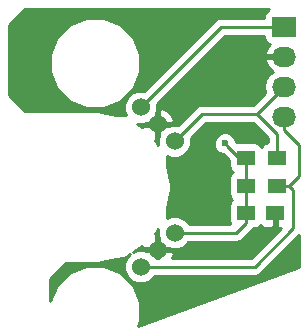
<source format=gtl>
G04 #@! TF.FileFunction,Copper,L1,Top,Signal*
%FSLAX46Y46*%
G04 Gerber Fmt 4.6, Leading zero omitted, Abs format (unit mm)*
G04 Created by KiCad (PCBNEW 4.0.4+dfsg1-stable) date Thu Jun  8 13:46:51 2017*
%MOMM*%
%LPD*%
G01*
G04 APERTURE LIST*
%ADD10C,0.100000*%
%ADD11R,2.032000X1.727200*%
%ADD12O,2.032000X1.727200*%
%ADD13R,1.500000X1.250000*%
%ADD14R,1.500000X1.300000*%
%ADD15C,1.524000*%
%ADD16C,0.600000*%
%ADD17C,0.250000*%
%ADD18C,0.254000*%
G04 APERTURE END LIST*
D10*
D11*
X133000000Y-62920000D03*
D12*
X133000000Y-65460000D03*
X133000000Y-68000000D03*
X133000000Y-70540000D03*
D13*
X129750000Y-78700000D03*
X132250000Y-78700000D03*
D14*
X129750000Y-76400000D03*
X132450000Y-76400000D03*
X129750000Y-74000000D03*
X132450000Y-74000000D03*
D15*
X122300000Y-71200000D03*
X123736841Y-72636841D03*
X120863159Y-69763159D03*
X122300000Y-81800000D03*
X120863159Y-83236841D03*
X123736841Y-80363159D03*
D16*
X128000000Y-72800000D03*
X127900000Y-77500006D03*
X123500000Y-85200000D03*
X124000000Y-63800000D03*
D17*
X133000000Y-62920000D02*
X127706318Y-62920000D01*
X127706318Y-62920000D02*
X120863159Y-69763159D01*
X123736841Y-80363159D02*
X128961841Y-80363159D01*
X128961841Y-80363159D02*
X129750000Y-79575000D01*
X129750000Y-79575000D02*
X129750000Y-78700000D01*
X128299999Y-73099999D02*
X128000000Y-72800000D01*
X129200000Y-74000000D02*
X128299999Y-73099999D01*
X130050000Y-74000000D02*
X129200000Y-74000000D01*
X129750000Y-78700000D02*
X129750000Y-76400000D01*
X129750000Y-74000000D02*
X129750000Y-76400000D01*
X130703949Y-70296051D02*
X126077631Y-70296051D01*
X126077631Y-70296051D02*
X123736841Y-72636841D01*
X130703949Y-70296051D02*
X132450000Y-72042102D01*
X132450000Y-72042102D02*
X132450000Y-74000000D01*
X130703949Y-70296051D02*
X133000000Y-68000000D01*
X132847600Y-68000000D02*
X133000000Y-68000000D01*
X133800000Y-80000000D02*
X130563159Y-83236841D01*
X130563159Y-83236841D02*
X120863159Y-83236841D01*
X132450000Y-76400000D02*
X133450000Y-76400000D01*
X133000000Y-71653600D02*
X133000000Y-70540000D01*
X133450000Y-76400000D02*
X134266000Y-75584000D01*
X134266000Y-75584000D02*
X134266000Y-72919600D01*
X134266000Y-72919600D02*
X133000000Y-71653600D01*
X133800000Y-76750000D02*
X133800000Y-80000000D01*
X133450000Y-76400000D02*
X133800000Y-76750000D01*
X131950000Y-76500000D02*
X131950000Y-76200000D01*
X132847600Y-70540000D02*
X133000000Y-70540000D01*
D18*
G36*
X134290000Y-83255302D02*
X120610024Y-88306370D01*
X120834333Y-87766175D01*
X120835664Y-86240518D01*
X120253050Y-84830485D01*
X119175189Y-83750741D01*
X117766175Y-83165667D01*
X116240518Y-83164336D01*
X114830485Y-83746950D01*
X113750741Y-84824811D01*
X113210000Y-86127059D01*
X113210000Y-84294092D01*
X114544092Y-82960000D01*
X117000000Y-82960000D01*
X117068584Y-82946358D01*
X117138514Y-82946358D01*
X118744034Y-82627000D01*
X119000000Y-82627000D01*
X119065341Y-82608902D01*
X119179565Y-82540367D01*
X119338944Y-82508665D01*
X119594885Y-82402650D01*
X119977578Y-82146943D01*
X119679530Y-82444471D01*
X119466402Y-82957741D01*
X119465917Y-83513502D01*
X119678149Y-84027144D01*
X120070789Y-84420470D01*
X120584059Y-84633598D01*
X121139820Y-84634083D01*
X121653462Y-84421851D01*
X122046788Y-84029211D01*
X122060229Y-83996841D01*
X130563159Y-83996841D01*
X130853998Y-83938989D01*
X131100560Y-83774242D01*
X134290000Y-80584802D01*
X134290000Y-83255302D01*
X134290000Y-83255302D01*
G37*
X134290000Y-83255302D02*
X120610024Y-88306370D01*
X120834333Y-87766175D01*
X120835664Y-86240518D01*
X120253050Y-84830485D01*
X119175189Y-83750741D01*
X117766175Y-83165667D01*
X116240518Y-83164336D01*
X114830485Y-83746950D01*
X113750741Y-84824811D01*
X113210000Y-86127059D01*
X113210000Y-84294092D01*
X114544092Y-82960000D01*
X117000000Y-82960000D01*
X117068584Y-82946358D01*
X117138514Y-82946358D01*
X118744034Y-82627000D01*
X119000000Y-82627000D01*
X119065341Y-82608902D01*
X119179565Y-82540367D01*
X119338944Y-82508665D01*
X119594885Y-82402650D01*
X119977578Y-82146943D01*
X119679530Y-82444471D01*
X119466402Y-82957741D01*
X119465917Y-83513502D01*
X119678149Y-84027144D01*
X120070789Y-84420470D01*
X120584059Y-84633598D01*
X121139820Y-84634083D01*
X121653462Y-84421851D01*
X122046788Y-84029211D01*
X122060229Y-83996841D01*
X130563159Y-83996841D01*
X130853998Y-83938989D01*
X131100560Y-83774242D01*
X134290000Y-80584802D01*
X134290000Y-83255302D01*
G36*
X132377000Y-78573000D02*
X132397000Y-78573000D01*
X132397000Y-78827000D01*
X132377000Y-78827000D01*
X132377000Y-79801250D01*
X132535750Y-79960000D01*
X132765198Y-79960000D01*
X130248357Y-82476841D01*
X123544890Y-82476841D01*
X123681362Y-82147369D01*
X123559231Y-81927000D01*
X122606608Y-81927000D01*
X122493749Y-81814141D01*
X122314141Y-81993749D01*
X122427000Y-82106608D01*
X122427000Y-82476841D01*
X122173000Y-82476841D01*
X122173000Y-82106608D01*
X122285859Y-81993749D01*
X122106251Y-81814141D01*
X121993392Y-81927000D01*
X121351576Y-81927000D01*
X121142259Y-81840084D01*
X120586498Y-81839599D01*
X120196193Y-82000870D01*
X120945136Y-81500442D01*
X121040769Y-81673000D01*
X121993392Y-81673000D01*
X122106251Y-81785859D01*
X122285859Y-81606251D01*
X122173000Y-81493392D01*
X122173000Y-80540769D01*
X122053037Y-80474284D01*
X122340077Y-80091563D01*
X122339599Y-80639820D01*
X122427000Y-80851347D01*
X122427000Y-81493392D01*
X122314141Y-81606251D01*
X122493749Y-81785859D01*
X122606608Y-81673000D01*
X123248424Y-81673000D01*
X123457741Y-81759916D01*
X124013502Y-81760401D01*
X124527144Y-81548169D01*
X124920470Y-81155529D01*
X124933911Y-81123159D01*
X128961841Y-81123159D01*
X129252680Y-81065307D01*
X129499242Y-80900560D01*
X130287401Y-80112401D01*
X130380920Y-79972440D01*
X130500000Y-79972440D01*
X130735317Y-79928162D01*
X130951441Y-79789090D01*
X130997969Y-79720994D01*
X131140302Y-79863327D01*
X131373691Y-79960000D01*
X131964250Y-79960000D01*
X132123000Y-79801250D01*
X132123000Y-78827000D01*
X132103000Y-78827000D01*
X132103000Y-78573000D01*
X132123000Y-78573000D01*
X132123000Y-78553000D01*
X132377000Y-78553000D01*
X132377000Y-78573000D01*
X132377000Y-78573000D01*
G37*
X132377000Y-78573000D02*
X132397000Y-78573000D01*
X132397000Y-78827000D01*
X132377000Y-78827000D01*
X132377000Y-79801250D01*
X132535750Y-79960000D01*
X132765198Y-79960000D01*
X130248357Y-82476841D01*
X123544890Y-82476841D01*
X123681362Y-82147369D01*
X123559231Y-81927000D01*
X122606608Y-81927000D01*
X122493749Y-81814141D01*
X122314141Y-81993749D01*
X122427000Y-82106608D01*
X122427000Y-82476841D01*
X122173000Y-82476841D01*
X122173000Y-82106608D01*
X122285859Y-81993749D01*
X122106251Y-81814141D01*
X121993392Y-81927000D01*
X121351576Y-81927000D01*
X121142259Y-81840084D01*
X120586498Y-81839599D01*
X120196193Y-82000870D01*
X120945136Y-81500442D01*
X121040769Y-81673000D01*
X121993392Y-81673000D01*
X122106251Y-81785859D01*
X122285859Y-81606251D01*
X122173000Y-81493392D01*
X122173000Y-80540769D01*
X122053037Y-80474284D01*
X122340077Y-80091563D01*
X122339599Y-80639820D01*
X122427000Y-80851347D01*
X122427000Y-81493392D01*
X122314141Y-81606251D01*
X122493749Y-81785859D01*
X122606608Y-81673000D01*
X123248424Y-81673000D01*
X123457741Y-81759916D01*
X124013502Y-81760401D01*
X124527144Y-81548169D01*
X124920470Y-81155529D01*
X124933911Y-81123159D01*
X128961841Y-81123159D01*
X129252680Y-81065307D01*
X129499242Y-80900560D01*
X130287401Y-80112401D01*
X130380920Y-79972440D01*
X130500000Y-79972440D01*
X130735317Y-79928162D01*
X130951441Y-79789090D01*
X130997969Y-79720994D01*
X131140302Y-79863327D01*
X131373691Y-79960000D01*
X131964250Y-79960000D01*
X132123000Y-79801250D01*
X132123000Y-78827000D01*
X132103000Y-78827000D01*
X132103000Y-78573000D01*
X132123000Y-78573000D01*
X132123000Y-78553000D01*
X132377000Y-78553000D01*
X132377000Y-78573000D01*
G36*
X131690000Y-72356904D02*
X131690000Y-72704442D01*
X131464683Y-72746838D01*
X131248559Y-72885910D01*
X131103569Y-73098110D01*
X131100919Y-73111197D01*
X130964090Y-72898559D01*
X130751890Y-72753569D01*
X130500000Y-72702560D01*
X129000000Y-72702560D01*
X128980947Y-72706145D01*
X128935122Y-72660320D01*
X128935162Y-72614833D01*
X128793117Y-72271057D01*
X128530327Y-72007808D01*
X128186799Y-71865162D01*
X127814833Y-71864838D01*
X127471057Y-72006883D01*
X127207808Y-72269673D01*
X127065162Y-72613201D01*
X127064838Y-72985167D01*
X127206883Y-73328943D01*
X127469673Y-73592192D01*
X127813201Y-73734838D01*
X127860077Y-73734879D01*
X128352560Y-74227362D01*
X128352560Y-74650000D01*
X128396838Y-74885317D01*
X128535910Y-75101441D01*
X128681083Y-75200633D01*
X128548559Y-75285910D01*
X128403569Y-75498110D01*
X128352560Y-75750000D01*
X128352560Y-77050000D01*
X128396838Y-77285317D01*
X128535910Y-77501441D01*
X128624554Y-77562009D01*
X128548559Y-77610910D01*
X128403569Y-77823110D01*
X128352560Y-78075000D01*
X128352560Y-79325000D01*
X128396838Y-79560317D01*
X128424406Y-79603159D01*
X124934372Y-79603159D01*
X124921851Y-79572856D01*
X124529211Y-79179530D01*
X124015941Y-78966402D01*
X123460180Y-78965917D01*
X123060434Y-79131088D01*
X123101600Y-79076200D01*
X123123241Y-79030668D01*
X123127000Y-79000000D01*
X123127000Y-78244034D01*
X123446358Y-76638514D01*
X123446358Y-76361486D01*
X123127000Y-74755966D01*
X123127000Y-74000000D01*
X123116994Y-73950590D01*
X123101600Y-73923800D01*
X123060118Y-73868491D01*
X123457741Y-74033598D01*
X124013502Y-74034083D01*
X124527144Y-73821851D01*
X124920470Y-73429211D01*
X125133598Y-72915941D01*
X125134083Y-72360180D01*
X125120698Y-72327786D01*
X126392433Y-71056051D01*
X130389147Y-71056051D01*
X131690000Y-72356904D01*
X131690000Y-72356904D01*
G37*
X131690000Y-72356904D02*
X131690000Y-72704442D01*
X131464683Y-72746838D01*
X131248559Y-72885910D01*
X131103569Y-73098110D01*
X131100919Y-73111197D01*
X130964090Y-72898559D01*
X130751890Y-72753569D01*
X130500000Y-72702560D01*
X129000000Y-72702560D01*
X128980947Y-72706145D01*
X128935122Y-72660320D01*
X128935162Y-72614833D01*
X128793117Y-72271057D01*
X128530327Y-72007808D01*
X128186799Y-71865162D01*
X127814833Y-71864838D01*
X127471057Y-72006883D01*
X127207808Y-72269673D01*
X127065162Y-72613201D01*
X127064838Y-72985167D01*
X127206883Y-73328943D01*
X127469673Y-73592192D01*
X127813201Y-73734838D01*
X127860077Y-73734879D01*
X128352560Y-74227362D01*
X128352560Y-74650000D01*
X128396838Y-74885317D01*
X128535910Y-75101441D01*
X128681083Y-75200633D01*
X128548559Y-75285910D01*
X128403569Y-75498110D01*
X128352560Y-75750000D01*
X128352560Y-77050000D01*
X128396838Y-77285317D01*
X128535910Y-77501441D01*
X128624554Y-77562009D01*
X128548559Y-77610910D01*
X128403569Y-77823110D01*
X128352560Y-78075000D01*
X128352560Y-79325000D01*
X128396838Y-79560317D01*
X128424406Y-79603159D01*
X124934372Y-79603159D01*
X124921851Y-79572856D01*
X124529211Y-79179530D01*
X124015941Y-78966402D01*
X123460180Y-78965917D01*
X123060434Y-79131088D01*
X123101600Y-79076200D01*
X123123241Y-79030668D01*
X123127000Y-79000000D01*
X123127000Y-78244034D01*
X123446358Y-76638514D01*
X123446358Y-76361486D01*
X123127000Y-74755966D01*
X123127000Y-74000000D01*
X123116994Y-73950590D01*
X123101600Y-73923800D01*
X123060118Y-73868491D01*
X123457741Y-74033598D01*
X124013502Y-74034083D01*
X124527144Y-73821851D01*
X124920470Y-73429211D01*
X125133598Y-72915941D01*
X125134083Y-72360180D01*
X125120698Y-72327786D01*
X126392433Y-71056051D01*
X130389147Y-71056051D01*
X131690000Y-72356904D01*
G36*
X131336560Y-63783600D02*
X131380838Y-64018917D01*
X131519910Y-64235041D01*
X131732110Y-64380031D01*
X131826927Y-64399232D01*
X131649268Y-64557964D01*
X131395291Y-65085209D01*
X131392642Y-65100974D01*
X131513783Y-65333000D01*
X132873000Y-65333000D01*
X132873000Y-65313000D01*
X133127000Y-65313000D01*
X133127000Y-65333000D01*
X133147000Y-65333000D01*
X133147000Y-65587000D01*
X133127000Y-65587000D01*
X133127000Y-65607000D01*
X132873000Y-65607000D01*
X132873000Y-65587000D01*
X131513783Y-65587000D01*
X131392642Y-65819026D01*
X131395291Y-65834791D01*
X131649268Y-66362036D01*
X132065069Y-66733539D01*
X131755585Y-66940330D01*
X131430729Y-67426511D01*
X131316655Y-68000000D01*
X131417619Y-68507579D01*
X130389147Y-69536051D01*
X126077631Y-69536051D01*
X125786792Y-69593903D01*
X125540230Y-69758650D01*
X124046222Y-71252658D01*
X124015941Y-71240084D01*
X123460180Y-71239599D01*
X123248653Y-71327000D01*
X122606608Y-71327000D01*
X122493749Y-71214141D01*
X122314141Y-71393749D01*
X122427000Y-71506608D01*
X122427000Y-72148424D01*
X122340084Y-72357741D01*
X122339604Y-72907805D01*
X122053037Y-72525716D01*
X122173000Y-72459231D01*
X122173000Y-71506608D01*
X122285859Y-71393749D01*
X122106251Y-71214141D01*
X121993392Y-71327000D01*
X121040769Y-71327000D01*
X120974284Y-71446963D01*
X120591563Y-71159923D01*
X121139820Y-71160401D01*
X121351347Y-71073000D01*
X121993392Y-71073000D01*
X122106251Y-71185859D01*
X122285859Y-71006251D01*
X122173000Y-70893392D01*
X122173000Y-70251576D01*
X122259916Y-70042259D01*
X122260004Y-69940769D01*
X122427000Y-69940769D01*
X122427000Y-71073000D01*
X123559231Y-71073000D01*
X123681362Y-70852631D01*
X123443280Y-70350449D01*
X123031144Y-69977603D01*
X122647369Y-69818638D01*
X122427000Y-69940769D01*
X122260004Y-69940769D01*
X122260401Y-69486498D01*
X122247016Y-69454104D01*
X128021120Y-63680000D01*
X131336560Y-63680000D01*
X131336560Y-63783600D01*
X131336560Y-63783600D01*
G37*
X131336560Y-63783600D02*
X131380838Y-64018917D01*
X131519910Y-64235041D01*
X131732110Y-64380031D01*
X131826927Y-64399232D01*
X131649268Y-64557964D01*
X131395291Y-65085209D01*
X131392642Y-65100974D01*
X131513783Y-65333000D01*
X132873000Y-65333000D01*
X132873000Y-65313000D01*
X133127000Y-65313000D01*
X133127000Y-65333000D01*
X133147000Y-65333000D01*
X133147000Y-65587000D01*
X133127000Y-65587000D01*
X133127000Y-65607000D01*
X132873000Y-65607000D01*
X132873000Y-65587000D01*
X131513783Y-65587000D01*
X131392642Y-65819026D01*
X131395291Y-65834791D01*
X131649268Y-66362036D01*
X132065069Y-66733539D01*
X131755585Y-66940330D01*
X131430729Y-67426511D01*
X131316655Y-68000000D01*
X131417619Y-68507579D01*
X130389147Y-69536051D01*
X126077631Y-69536051D01*
X125786792Y-69593903D01*
X125540230Y-69758650D01*
X124046222Y-71252658D01*
X124015941Y-71240084D01*
X123460180Y-71239599D01*
X123248653Y-71327000D01*
X122606608Y-71327000D01*
X122493749Y-71214141D01*
X122314141Y-71393749D01*
X122427000Y-71506608D01*
X122427000Y-72148424D01*
X122340084Y-72357741D01*
X122339604Y-72907805D01*
X122053037Y-72525716D01*
X122173000Y-72459231D01*
X122173000Y-71506608D01*
X122285859Y-71393749D01*
X122106251Y-71214141D01*
X121993392Y-71327000D01*
X121040769Y-71327000D01*
X120974284Y-71446963D01*
X120591563Y-71159923D01*
X121139820Y-71160401D01*
X121351347Y-71073000D01*
X121993392Y-71073000D01*
X122106251Y-71185859D01*
X122285859Y-71006251D01*
X122173000Y-70893392D01*
X122173000Y-70251576D01*
X122259916Y-70042259D01*
X122260004Y-69940769D01*
X122427000Y-69940769D01*
X122427000Y-71073000D01*
X123559231Y-71073000D01*
X123681362Y-70852631D01*
X123443280Y-70350449D01*
X123031144Y-69977603D01*
X122647369Y-69818638D01*
X122427000Y-69940769D01*
X122260004Y-69940769D01*
X122260401Y-69486498D01*
X122247016Y-69454104D01*
X128021120Y-63680000D01*
X131336560Y-63680000D01*
X131336560Y-63783600D01*
G36*
X131532559Y-61592310D02*
X131387569Y-61804510D01*
X131336560Y-62056400D01*
X131336560Y-62160000D01*
X127706318Y-62160000D01*
X127415478Y-62217852D01*
X127168917Y-62382599D01*
X121172540Y-68378976D01*
X121142259Y-68366402D01*
X120586498Y-68365917D01*
X120072856Y-68578149D01*
X119679530Y-68970789D01*
X119466402Y-69484059D01*
X119465917Y-70039820D01*
X119631088Y-70439566D01*
X119576200Y-70398400D01*
X119530668Y-70376759D01*
X119500000Y-70373000D01*
X118744034Y-70373000D01*
X117138514Y-70053642D01*
X117068584Y-70053642D01*
X117000000Y-70040000D01*
X111044092Y-70040000D01*
X109710000Y-68705908D01*
X109710000Y-66759482D01*
X113164336Y-66759482D01*
X113746950Y-68169515D01*
X114824811Y-69249259D01*
X116233825Y-69834333D01*
X117759482Y-69835664D01*
X119169515Y-69253050D01*
X120249259Y-68175189D01*
X120834333Y-66766175D01*
X120835664Y-65240518D01*
X120253050Y-63830485D01*
X119175189Y-62750741D01*
X117766175Y-62165667D01*
X116240518Y-62164336D01*
X114830485Y-62746950D01*
X113750741Y-63824811D01*
X113165667Y-65233825D01*
X113164336Y-66759482D01*
X109710000Y-66759482D01*
X109710000Y-62794092D01*
X111044092Y-61460000D01*
X131738175Y-61460000D01*
X131532559Y-61592310D01*
X131532559Y-61592310D01*
G37*
X131532559Y-61592310D02*
X131387569Y-61804510D01*
X131336560Y-62056400D01*
X131336560Y-62160000D01*
X127706318Y-62160000D01*
X127415478Y-62217852D01*
X127168917Y-62382599D01*
X121172540Y-68378976D01*
X121142259Y-68366402D01*
X120586498Y-68365917D01*
X120072856Y-68578149D01*
X119679530Y-68970789D01*
X119466402Y-69484059D01*
X119465917Y-70039820D01*
X119631088Y-70439566D01*
X119576200Y-70398400D01*
X119530668Y-70376759D01*
X119500000Y-70373000D01*
X118744034Y-70373000D01*
X117138514Y-70053642D01*
X117068584Y-70053642D01*
X117000000Y-70040000D01*
X111044092Y-70040000D01*
X109710000Y-68705908D01*
X109710000Y-66759482D01*
X113164336Y-66759482D01*
X113746950Y-68169515D01*
X114824811Y-69249259D01*
X116233825Y-69834333D01*
X117759482Y-69835664D01*
X119169515Y-69253050D01*
X120249259Y-68175189D01*
X120834333Y-66766175D01*
X120835664Y-65240518D01*
X120253050Y-63830485D01*
X119175189Y-62750741D01*
X117766175Y-62165667D01*
X116240518Y-62164336D01*
X114830485Y-62746950D01*
X113750741Y-63824811D01*
X113165667Y-65233825D01*
X113164336Y-66759482D01*
X109710000Y-66759482D01*
X109710000Y-62794092D01*
X111044092Y-61460000D01*
X131738175Y-61460000D01*
X131532559Y-61592310D01*
M02*

</source>
